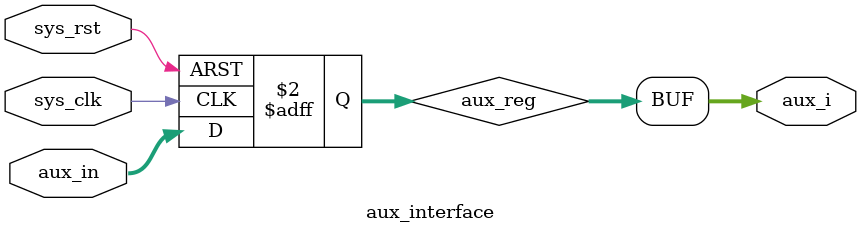
<source format=v>
module aux_interface (
    input  sys_clk,
    input  sys_rst,
    input  wire [31:0] aux_in,
    output wire [31:0] aux_i
	 
);

    reg [31:0] aux_reg;

    always @(posedge sys_clk or posedge sys_rst) begin
        if (sys_rst)
            aux_reg <= 32'b0;
        else
            aux_reg <= aux_in;
    end

    assign aux_i = aux_reg;

endmodule
</source>
